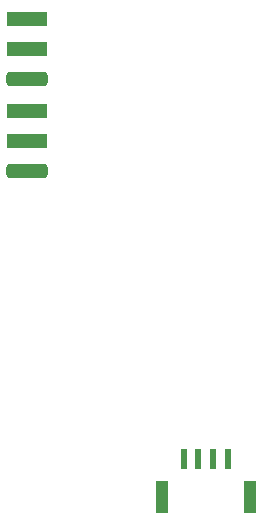
<source format=gbp>
G04*
G04 #@! TF.GenerationSoftware,Altium Limited,Altium Designer,19.1.8 (144)*
G04*
G04 Layer_Color=128*
%FSLAX44Y44*%
%MOMM*%
G71*
G01*
G75*
G04:AMPARAMS|DCode=113|XSize=1.2mm|YSize=3.5mm|CornerRadius=0.3mm|HoleSize=0mm|Usage=FLASHONLY|Rotation=90.000|XOffset=0mm|YOffset=0mm|HoleType=Round|Shape=RoundedRectangle|*
%AMROUNDEDRECTD113*
21,1,1.2000,2.9000,0,0,90.0*
21,1,0.6000,3.5000,0,0,90.0*
1,1,0.6000,1.4500,0.3000*
1,1,0.6000,1.4500,-0.3000*
1,1,0.6000,-1.4500,-0.3000*
1,1,0.6000,-1.4500,0.3000*
%
%ADD113ROUNDEDRECTD113*%
%ADD114R,3.5000X1.2000*%
%ADD115R,1.0000X2.7000*%
%ADD116R,0.6000X1.7000*%
D113*
X1435100Y844550D02*
D03*
Y767080D02*
D03*
D114*
Y895350D02*
D03*
Y869950D02*
D03*
Y817880D02*
D03*
Y792480D02*
D03*
D115*
X1549080Y491240D02*
D03*
X1623580D02*
D03*
D116*
X1567580Y523240D02*
D03*
X1580080D02*
D03*
X1605080D02*
D03*
X1592580D02*
D03*
M02*

</source>
